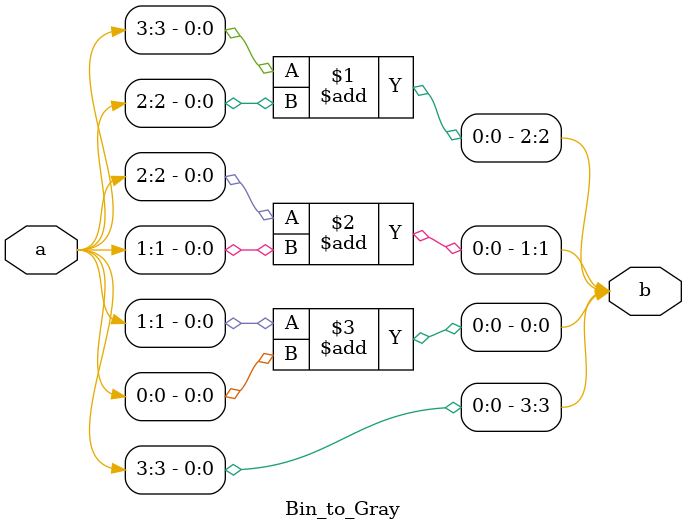
<source format=v>
`timescale 1ns / 1ps

module Bin_to_Gray(input [3:0] a, output [3:0] b);
assign b[3] = a[3];
assign b[2] = a[3] + a[2];
assign b[1] = a[2] + a[1];
assign b[0] = a[1] + a[0]; 
endmodule

</source>
